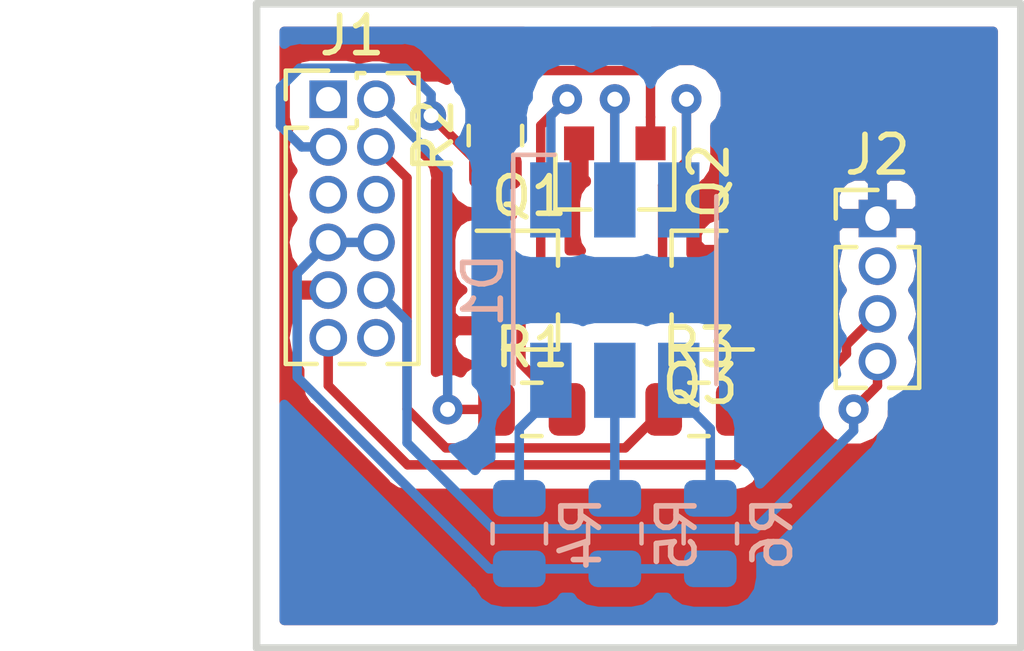
<source format=kicad_pcb>
(kicad_pcb (version 20171130) (host pcbnew 5.0.2-bee76a0~70~ubuntu18.04.1)

  (general
    (thickness 1.6)
    (drawings 4)
    (tracks 78)
    (zones 0)
    (modules 12)
    (nets 17)
  )

  (page A4)
  (layers
    (0 F.Cu signal)
    (31 B.Cu signal)
    (32 B.Adhes user)
    (33 F.Adhes user)
    (34 B.Paste user)
    (35 F.Paste user)
    (36 B.SilkS user)
    (37 F.SilkS user)
    (38 B.Mask user)
    (39 F.Mask user)
    (40 Dwgs.User user)
    (41 Cmts.User user)
    (42 Eco1.User user)
    (43 Eco2.User user)
    (44 Edge.Cuts user)
    (45 Margin user)
    (46 B.CrtYd user)
    (47 F.CrtYd user)
    (48 B.Fab user)
    (49 F.Fab user)
  )

  (setup
    (last_trace_width 0.25)
    (trace_clearance 0.2)
    (zone_clearance 0.508)
    (zone_45_only no)
    (trace_min 0.2)
    (segment_width 0.2)
    (edge_width 0.15)
    (via_size 0.8)
    (via_drill 0.4)
    (via_min_size 0.4)
    (via_min_drill 0.3)
    (uvia_size 0.3)
    (uvia_drill 0.1)
    (uvias_allowed no)
    (uvia_min_size 0.2)
    (uvia_min_drill 0.1)
    (pcb_text_width 0.3)
    (pcb_text_size 1.5 1.5)
    (mod_edge_width 0.15)
    (mod_text_size 1 1)
    (mod_text_width 0.15)
    (pad_size 1.524 1.524)
    (pad_drill 0.762)
    (pad_to_mask_clearance 0.051)
    (solder_mask_min_width 0.25)
    (aux_axis_origin 0 0)
    (visible_elements FFFFFF7F)
    (pcbplotparams
      (layerselection 0x010fc_ffffffff)
      (usegerberextensions false)
      (usegerberattributes false)
      (usegerberadvancedattributes false)
      (creategerberjobfile false)
      (excludeedgelayer true)
      (linewidth 0.100000)
      (plotframeref false)
      (viasonmask false)
      (mode 1)
      (useauxorigin false)
      (hpglpennumber 1)
      (hpglpenspeed 20)
      (hpglpendiameter 15.000000)
      (psnegative false)
      (psa4output false)
      (plotreference true)
      (plotvalue true)
      (plotinvisibletext false)
      (padsonsilk false)
      (subtractmaskfromsilk false)
      (outputformat 1)
      (mirror false)
      (drillshape 1)
      (scaleselection 1)
      (outputdirectory ""))
  )

  (net 0 "")
  (net 1 "Net-(D1-Pad1)")
  (net 2 "Net-(D1-Pad2)")
  (net 3 "Net-(D1-Pad3)")
  (net 4 "Net-(D1-Pad4)")
  (net 5 "Net-(D1-Pad5)")
  (net 6 "Net-(D1-Pad6)")
  (net 7 pi_02)
  (net 8 pi_03)
  (net 9 pi_04)
  (net 10 +5V)
  (net 11 GND)
  (net 12 TXD)
  (net 13 RXD)
  (net 14 "Net-(Q1-Pad1)")
  (net 15 "Net-(Q2-Pad1)")
  (net 16 "Net-(Q3-Pad1)")

  (net_class Default "This is the default net class."
    (clearance 0.2)
    (trace_width 0.25)
    (via_dia 0.8)
    (via_drill 0.4)
    (uvia_dia 0.3)
    (uvia_drill 0.1)
    (add_net +5V)
    (add_net GND)
    (add_net "Net-(D1-Pad1)")
    (add_net "Net-(D1-Pad2)")
    (add_net "Net-(D1-Pad3)")
    (add_net "Net-(D1-Pad4)")
    (add_net "Net-(D1-Pad5)")
    (add_net "Net-(D1-Pad6)")
    (add_net "Net-(Q1-Pad1)")
    (add_net "Net-(Q2-Pad1)")
    (add_net "Net-(Q3-Pad1)")
    (add_net RXD)
    (add_net TXD)
    (add_net pi_02)
    (add_net pi_03)
    (add_net pi_04)
  )

  (module LED_SMD:LED_RGB_5050-6 (layer B.Cu) (tedit 59155824) (tstamp 5C87E28B)
    (at 60.96 58.42 270)
    (descr http://cdn.sparkfun.com/datasheets/Components/LED/5060BRG4.pdf)
    (tags "RGB LED 5050-6")
    (path /5C7C0D28)
    (attr smd)
    (fp_text reference D1 (at 0 3.5 90) (layer B.SilkS)
      (effects (font (size 1 1) (thickness 0.15)) (justify mirror))
    )
    (fp_text value LED_RGB (at 0 -3.3 270) (layer B.Fab)
      (effects (font (size 1 1) (thickness 0.15)) (justify mirror))
    )
    (fp_line (start -2.5 1.9) (end -1.9 2.5) (layer B.Fab) (width 0.1))
    (fp_line (start 2.5 2.5) (end -2.5 2.5) (layer B.Fab) (width 0.1))
    (fp_line (start 2.5 -2.5) (end 2.5 2.5) (layer B.Fab) (width 0.1))
    (fp_line (start -2.5 -2.5) (end 2.5 -2.5) (layer B.Fab) (width 0.1))
    (fp_line (start -2.5 2.5) (end -2.5 -2.5) (layer B.Fab) (width 0.1))
    (fp_line (start -3.6 2.7) (end 2.5 2.7) (layer B.SilkS) (width 0.12))
    (fp_line (start -3.6 1.6) (end -3.6 2.7) (layer B.SilkS) (width 0.12))
    (fp_line (start 2.5 -2.7) (end -2.5 -2.7) (layer B.SilkS) (width 0.12))
    (fp_line (start 3.65 2.75) (end -3.65 2.75) (layer B.CrtYd) (width 0.05))
    (fp_line (start 3.65 -2.75) (end 3.65 2.75) (layer B.CrtYd) (width 0.05))
    (fp_line (start -3.65 -2.75) (end 3.65 -2.75) (layer B.CrtYd) (width 0.05))
    (fp_line (start -3.65 2.75) (end -3.65 -2.75) (layer B.CrtYd) (width 0.05))
    (fp_text user %R (at 0 0 270) (layer B.Fab)
      (effects (font (size 0.6 0.6) (thickness 0.06)) (justify mirror))
    )
    (fp_circle (center 0 0) (end 0 1.9) (layer B.Fab) (width 0.1))
    (pad 1 smd rect (at -2.4 1.7 180) (size 1.1 2) (layers B.Cu B.Paste B.Mask)
      (net 1 "Net-(D1-Pad1)"))
    (pad 2 smd rect (at -2.4 0 180) (size 1.1 2) (layers B.Cu B.Paste B.Mask)
      (net 2 "Net-(D1-Pad2)"))
    (pad 3 smd rect (at -2.4 -1.7 180) (size 1.1 2) (layers B.Cu B.Paste B.Mask)
      (net 3 "Net-(D1-Pad3)"))
    (pad 4 smd rect (at 2.4 -1.7 180) (size 1.1 2) (layers B.Cu B.Paste B.Mask)
      (net 4 "Net-(D1-Pad4)"))
    (pad 5 smd rect (at 2.4 0 180) (size 1.1 2) (layers B.Cu B.Paste B.Mask)
      (net 5 "Net-(D1-Pad5)"))
    (pad 6 smd rect (at 2.4 1.7 180) (size 1.1 2) (layers B.Cu B.Paste B.Mask)
      (net 6 "Net-(D1-Pad6)"))
    (model ${KISYS3DMOD}/LED_SMD.3dshapes/LED_RGB_5050-6.wrl
      (at (xyz 0 0 0))
      (scale (xyz 1 1 1))
      (rotate (xyz 0 0 0))
    )
  )

  (module Connector_PinHeader_1.27mm:PinHeader_2x06_P1.27mm_Vertical (layer F.Cu) (tedit 59FED6E3) (tstamp 5C87E2B2)
    (at 53.34 53.34)
    (descr "Through hole straight pin header, 2x06, 1.27mm pitch, double rows")
    (tags "Through hole pin header THT 2x06 1.27mm double row")
    (path /5C7C4D91)
    (fp_text reference J1 (at 0.635 -1.695) (layer F.SilkS)
      (effects (font (size 1 1) (thickness 0.15)))
    )
    (fp_text value Conn_02x06_Top_Bottom (at 0.635 8.045) (layer F.Fab)
      (effects (font (size 1 1) (thickness 0.15)))
    )
    (fp_line (start -0.2175 -0.635) (end 2.34 -0.635) (layer F.Fab) (width 0.1))
    (fp_line (start 2.34 -0.635) (end 2.34 6.985) (layer F.Fab) (width 0.1))
    (fp_line (start 2.34 6.985) (end -1.07 6.985) (layer F.Fab) (width 0.1))
    (fp_line (start -1.07 6.985) (end -1.07 0.2175) (layer F.Fab) (width 0.1))
    (fp_line (start -1.07 0.2175) (end -0.2175 -0.635) (layer F.Fab) (width 0.1))
    (fp_line (start -1.13 7.045) (end -0.30753 7.045) (layer F.SilkS) (width 0.12))
    (fp_line (start 1.57753 7.045) (end 2.4 7.045) (layer F.SilkS) (width 0.12))
    (fp_line (start 0.30753 7.045) (end 0.96247 7.045) (layer F.SilkS) (width 0.12))
    (fp_line (start -1.13 0.76) (end -1.13 7.045) (layer F.SilkS) (width 0.12))
    (fp_line (start 2.4 -0.695) (end 2.4 7.045) (layer F.SilkS) (width 0.12))
    (fp_line (start -1.13 0.76) (end -0.563471 0.76) (layer F.SilkS) (width 0.12))
    (fp_line (start 0.563471 0.76) (end 0.706529 0.76) (layer F.SilkS) (width 0.12))
    (fp_line (start 0.76 0.706529) (end 0.76 0.563471) (layer F.SilkS) (width 0.12))
    (fp_line (start 0.76 -0.563471) (end 0.76 -0.695) (layer F.SilkS) (width 0.12))
    (fp_line (start 0.76 -0.695) (end 0.96247 -0.695) (layer F.SilkS) (width 0.12))
    (fp_line (start 1.57753 -0.695) (end 2.4 -0.695) (layer F.SilkS) (width 0.12))
    (fp_line (start -1.13 0) (end -1.13 -0.76) (layer F.SilkS) (width 0.12))
    (fp_line (start -1.13 -0.76) (end 0 -0.76) (layer F.SilkS) (width 0.12))
    (fp_line (start -1.6 -1.15) (end -1.6 7.5) (layer F.CrtYd) (width 0.05))
    (fp_line (start -1.6 7.5) (end 2.85 7.5) (layer F.CrtYd) (width 0.05))
    (fp_line (start 2.85 7.5) (end 2.85 -1.15) (layer F.CrtYd) (width 0.05))
    (fp_line (start 2.85 -1.15) (end -1.6 -1.15) (layer F.CrtYd) (width 0.05))
    (fp_text user %R (at 0.635 3.175 90) (layer F.Fab)
      (effects (font (size 1 1) (thickness 0.15)))
    )
    (pad 1 thru_hole rect (at 0 0) (size 1 1) (drill 0.65) (layers *.Cu *.Mask))
    (pad 2 thru_hole oval (at 1.27 0) (size 1 1) (drill 0.65) (layers *.Cu *.Mask)
      (net 7 pi_02))
    (pad 3 thru_hole oval (at 0 1.27) (size 1 1) (drill 0.65) (layers *.Cu *.Mask)
      (net 8 pi_03))
    (pad 4 thru_hole oval (at 1.27 1.27) (size 1 1) (drill 0.65) (layers *.Cu *.Mask)
      (net 9 pi_04))
    (pad 5 thru_hole oval (at 0 2.54) (size 1 1) (drill 0.65) (layers *.Cu *.Mask))
    (pad 6 thru_hole oval (at 1.27 2.54) (size 1 1) (drill 0.65) (layers *.Cu *.Mask))
    (pad 7 thru_hole oval (at 0 3.81) (size 1 1) (drill 0.65) (layers *.Cu *.Mask)
      (net 10 +5V))
    (pad 8 thru_hole oval (at 1.27 3.81) (size 1 1) (drill 0.65) (layers *.Cu *.Mask)
      (net 10 +5V))
    (pad 9 thru_hole oval (at 0 5.08) (size 1 1) (drill 0.65) (layers *.Cu *.Mask)
      (net 11 GND))
    (pad 10 thru_hole oval (at 1.27 5.08) (size 1 1) (drill 0.65) (layers *.Cu *.Mask)
      (net 12 TXD))
    (pad 11 thru_hole oval (at 0 6.35) (size 1 1) (drill 0.65) (layers *.Cu *.Mask)
      (net 13 RXD))
    (pad 12 thru_hole oval (at 1.27 6.35) (size 1 1) (drill 0.65) (layers *.Cu *.Mask))
    (model ${KISYS3DMOD}/Connector_PinHeader_1.27mm.3dshapes/PinHeader_2x06_P1.27mm_Vertical.wrl
      (at (xyz 0 0 0))
      (scale (xyz 1 1 1))
      (rotate (xyz 0 0 0))
    )
  )

  (module Connector_PinHeader_1.27mm:PinHeader_1x04_P1.27mm_Vertical (layer F.Cu) (tedit 59FED6E3) (tstamp 5C87E2CC)
    (at 67.945 56.515)
    (descr "Through hole straight pin header, 1x04, 1.27mm pitch, single row")
    (tags "Through hole pin header THT 1x04 1.27mm single row")
    (path /5C7C47E6)
    (fp_text reference J2 (at 0 -1.695) (layer F.SilkS)
      (effects (font (size 1 1) (thickness 0.15)))
    )
    (fp_text value UART (at 0 5.505) (layer F.Fab)
      (effects (font (size 1 1) (thickness 0.15)))
    )
    (fp_line (start -0.525 -0.635) (end 1.05 -0.635) (layer F.Fab) (width 0.1))
    (fp_line (start 1.05 -0.635) (end 1.05 4.445) (layer F.Fab) (width 0.1))
    (fp_line (start 1.05 4.445) (end -1.05 4.445) (layer F.Fab) (width 0.1))
    (fp_line (start -1.05 4.445) (end -1.05 -0.11) (layer F.Fab) (width 0.1))
    (fp_line (start -1.05 -0.11) (end -0.525 -0.635) (layer F.Fab) (width 0.1))
    (fp_line (start -1.11 4.505) (end -0.30753 4.505) (layer F.SilkS) (width 0.12))
    (fp_line (start 0.30753 4.505) (end 1.11 4.505) (layer F.SilkS) (width 0.12))
    (fp_line (start -1.11 0.76) (end -1.11 4.505) (layer F.SilkS) (width 0.12))
    (fp_line (start 1.11 0.76) (end 1.11 4.505) (layer F.SilkS) (width 0.12))
    (fp_line (start -1.11 0.76) (end -0.563471 0.76) (layer F.SilkS) (width 0.12))
    (fp_line (start 0.563471 0.76) (end 1.11 0.76) (layer F.SilkS) (width 0.12))
    (fp_line (start -1.11 0) (end -1.11 -0.76) (layer F.SilkS) (width 0.12))
    (fp_line (start -1.11 -0.76) (end 0 -0.76) (layer F.SilkS) (width 0.12))
    (fp_line (start -1.55 -1.15) (end -1.55 4.95) (layer F.CrtYd) (width 0.05))
    (fp_line (start -1.55 4.95) (end 1.55 4.95) (layer F.CrtYd) (width 0.05))
    (fp_line (start 1.55 4.95) (end 1.55 -1.15) (layer F.CrtYd) (width 0.05))
    (fp_line (start 1.55 -1.15) (end -1.55 -1.15) (layer F.CrtYd) (width 0.05))
    (fp_text user %R (at 0 -1.27 90) (layer F.Fab)
      (effects (font (size 1 1) (thickness 0.15)))
    )
    (pad 1 thru_hole rect (at 0 0) (size 1 1) (drill 0.65) (layers *.Cu *.Mask)
      (net 11 GND))
    (pad 2 thru_hole oval (at 0 1.27) (size 1 1) (drill 0.65) (layers *.Cu *.Mask))
    (pad 3 thru_hole oval (at 0 2.54) (size 1 1) (drill 0.65) (layers *.Cu *.Mask)
      (net 13 RXD))
    (pad 4 thru_hole oval (at 0 3.81) (size 1 1) (drill 0.65) (layers *.Cu *.Mask)
      (net 12 TXD))
    (model ${KISYS3DMOD}/Connector_PinHeader_1.27mm.3dshapes/PinHeader_1x04_P1.27mm_Vertical.wrl
      (at (xyz 0 0 0))
      (scale (xyz 1 1 1))
      (rotate (xyz 0 0 0))
    )
  )

  (module Package_TO_SOT_SMD:SOT-23 (layer F.Cu) (tedit 5A02FF57) (tstamp 5C87E2E1)
    (at 58.69 58.42)
    (descr "SOT-23, Standard")
    (tags SOT-23)
    (path /5C7C0B71)
    (attr smd)
    (fp_text reference Q1 (at 0 -2.5) (layer F.SilkS)
      (effects (font (size 1 1) (thickness 0.15)))
    )
    (fp_text value BC817 (at 0 2.5) (layer F.Fab)
      (effects (font (size 1 1) (thickness 0.15)))
    )
    (fp_text user %R (at 0 0 -270) (layer F.Fab)
      (effects (font (size 0.5 0.5) (thickness 0.075)))
    )
    (fp_line (start -0.7 -0.95) (end -0.7 1.5) (layer F.Fab) (width 0.1))
    (fp_line (start -0.15 -1.52) (end 0.7 -1.52) (layer F.Fab) (width 0.1))
    (fp_line (start -0.7 -0.95) (end -0.15 -1.52) (layer F.Fab) (width 0.1))
    (fp_line (start 0.7 -1.52) (end 0.7 1.52) (layer F.Fab) (width 0.1))
    (fp_line (start -0.7 1.52) (end 0.7 1.52) (layer F.Fab) (width 0.1))
    (fp_line (start 0.76 1.58) (end 0.76 0.65) (layer F.SilkS) (width 0.12))
    (fp_line (start 0.76 -1.58) (end 0.76 -0.65) (layer F.SilkS) (width 0.12))
    (fp_line (start -1.7 -1.75) (end 1.7 -1.75) (layer F.CrtYd) (width 0.05))
    (fp_line (start 1.7 -1.75) (end 1.7 1.75) (layer F.CrtYd) (width 0.05))
    (fp_line (start 1.7 1.75) (end -1.7 1.75) (layer F.CrtYd) (width 0.05))
    (fp_line (start -1.7 1.75) (end -1.7 -1.75) (layer F.CrtYd) (width 0.05))
    (fp_line (start 0.76 -1.58) (end -1.4 -1.58) (layer F.SilkS) (width 0.12))
    (fp_line (start 0.76 1.58) (end -0.7 1.58) (layer F.SilkS) (width 0.12))
    (pad 1 smd rect (at -1 -0.95) (size 0.9 0.8) (layers F.Cu F.Paste F.Mask)
      (net 14 "Net-(Q1-Pad1)"))
    (pad 2 smd rect (at -1 0.95) (size 0.9 0.8) (layers F.Cu F.Paste F.Mask)
      (net 11 GND))
    (pad 3 smd rect (at 1 0) (size 0.9 0.8) (layers F.Cu F.Paste F.Mask)
      (net 1 "Net-(D1-Pad1)"))
    (model ${KISYS3DMOD}/Package_TO_SOT_SMD.3dshapes/SOT-23.wrl
      (at (xyz 0 0 0))
      (scale (xyz 1 1 1))
      (rotate (xyz 0 0 0))
    )
  )

  (module Package_TO_SOT_SMD:SOT-23 (layer F.Cu) (tedit 5A02FF57) (tstamp 5C87E2F6)
    (at 60.96 55.515 270)
    (descr "SOT-23, Standard")
    (tags SOT-23)
    (path /5C7C0BF9)
    (attr smd)
    (fp_text reference Q2 (at 0 -2.5 270) (layer F.SilkS)
      (effects (font (size 1 1) (thickness 0.15)))
    )
    (fp_text value BC817 (at 0 2.5 270) (layer F.Fab)
      (effects (font (size 1 1) (thickness 0.15)))
    )
    (fp_line (start 0.76 1.58) (end -0.7 1.58) (layer F.SilkS) (width 0.12))
    (fp_line (start 0.76 -1.58) (end -1.4 -1.58) (layer F.SilkS) (width 0.12))
    (fp_line (start -1.7 1.75) (end -1.7 -1.75) (layer F.CrtYd) (width 0.05))
    (fp_line (start 1.7 1.75) (end -1.7 1.75) (layer F.CrtYd) (width 0.05))
    (fp_line (start 1.7 -1.75) (end 1.7 1.75) (layer F.CrtYd) (width 0.05))
    (fp_line (start -1.7 -1.75) (end 1.7 -1.75) (layer F.CrtYd) (width 0.05))
    (fp_line (start 0.76 -1.58) (end 0.76 -0.65) (layer F.SilkS) (width 0.12))
    (fp_line (start 0.76 1.58) (end 0.76 0.65) (layer F.SilkS) (width 0.12))
    (fp_line (start -0.7 1.52) (end 0.7 1.52) (layer F.Fab) (width 0.1))
    (fp_line (start 0.7 -1.52) (end 0.7 1.52) (layer F.Fab) (width 0.1))
    (fp_line (start -0.7 -0.95) (end -0.15 -1.52) (layer F.Fab) (width 0.1))
    (fp_line (start -0.15 -1.52) (end 0.7 -1.52) (layer F.Fab) (width 0.1))
    (fp_line (start -0.7 -0.95) (end -0.7 1.5) (layer F.Fab) (width 0.1))
    (fp_text user %R (at 0 0) (layer F.Fab)
      (effects (font (size 0.5 0.5) (thickness 0.075)))
    )
    (pad 3 smd rect (at 1 0 270) (size 0.9 0.8) (layers F.Cu F.Paste F.Mask)
      (net 2 "Net-(D1-Pad2)"))
    (pad 2 smd rect (at -1 0.95 270) (size 0.9 0.8) (layers F.Cu F.Paste F.Mask)
      (net 11 GND))
    (pad 1 smd rect (at -1 -0.95 270) (size 0.9 0.8) (layers F.Cu F.Paste F.Mask)
      (net 15 "Net-(Q2-Pad1)"))
    (model ${KISYS3DMOD}/Package_TO_SOT_SMD.3dshapes/SOT-23.wrl
      (at (xyz 0 0 0))
      (scale (xyz 1 1 1))
      (rotate (xyz 0 0 0))
    )
  )

  (module Package_TO_SOT_SMD:SOT-23 (layer F.Cu) (tedit 5A02FF57) (tstamp 5C87E30B)
    (at 63.23 58.42 180)
    (descr "SOT-23, Standard")
    (tags SOT-23)
    (path /5C7C0C41)
    (attr smd)
    (fp_text reference Q3 (at 0 -2.5 180) (layer F.SilkS)
      (effects (font (size 1 1) (thickness 0.15)))
    )
    (fp_text value BC817 (at 0 2.5 180) (layer F.Fab)
      (effects (font (size 1 1) (thickness 0.15)))
    )
    (fp_text user %R (at 0 0 -90) (layer F.Fab)
      (effects (font (size 0.5 0.5) (thickness 0.075)))
    )
    (fp_line (start -0.7 -0.95) (end -0.7 1.5) (layer F.Fab) (width 0.1))
    (fp_line (start -0.15 -1.52) (end 0.7 -1.52) (layer F.Fab) (width 0.1))
    (fp_line (start -0.7 -0.95) (end -0.15 -1.52) (layer F.Fab) (width 0.1))
    (fp_line (start 0.7 -1.52) (end 0.7 1.52) (layer F.Fab) (width 0.1))
    (fp_line (start -0.7 1.52) (end 0.7 1.52) (layer F.Fab) (width 0.1))
    (fp_line (start 0.76 1.58) (end 0.76 0.65) (layer F.SilkS) (width 0.12))
    (fp_line (start 0.76 -1.58) (end 0.76 -0.65) (layer F.SilkS) (width 0.12))
    (fp_line (start -1.7 -1.75) (end 1.7 -1.75) (layer F.CrtYd) (width 0.05))
    (fp_line (start 1.7 -1.75) (end 1.7 1.75) (layer F.CrtYd) (width 0.05))
    (fp_line (start 1.7 1.75) (end -1.7 1.75) (layer F.CrtYd) (width 0.05))
    (fp_line (start -1.7 1.75) (end -1.7 -1.75) (layer F.CrtYd) (width 0.05))
    (fp_line (start 0.76 -1.58) (end -1.4 -1.58) (layer F.SilkS) (width 0.12))
    (fp_line (start 0.76 1.58) (end -0.7 1.58) (layer F.SilkS) (width 0.12))
    (pad 1 smd rect (at -1 -0.95 180) (size 0.9 0.8) (layers F.Cu F.Paste F.Mask)
      (net 16 "Net-(Q3-Pad1)"))
    (pad 2 smd rect (at -1 0.95 180) (size 0.9 0.8) (layers F.Cu F.Paste F.Mask)
      (net 11 GND))
    (pad 3 smd rect (at 1 0 180) (size 0.9 0.8) (layers F.Cu F.Paste F.Mask)
      (net 3 "Net-(D1-Pad3)"))
    (model ${KISYS3DMOD}/Package_TO_SOT_SMD.3dshapes/SOT-23.wrl
      (at (xyz 0 0 0))
      (scale (xyz 1 1 1))
      (rotate (xyz 0 0 0))
    )
  )

  (module Resistor_SMD:R_0805_2012Metric (layer F.Cu) (tedit 5B36C52B) (tstamp 5C8807FC)
    (at 58.7525 61.595)
    (descr "Resistor SMD 0805 (2012 Metric), square (rectangular) end terminal, IPC_7351 nominal, (Body size source: https://docs.google.com/spreadsheets/d/1BsfQQcO9C6DZCsRaXUlFlo91Tg2WpOkGARC1WS5S8t0/edit?usp=sharing), generated with kicad-footprint-generator")
    (tags resistor)
    (path /5C7C1E8F)
    (attr smd)
    (fp_text reference R1 (at 0 -1.65) (layer F.SilkS)
      (effects (font (size 1 1) (thickness 0.15)))
    )
    (fp_text value 1k (at 0 1.65) (layer F.Fab)
      (effects (font (size 1 1) (thickness 0.15)))
    )
    (fp_line (start -1 0.6) (end -1 -0.6) (layer F.Fab) (width 0.1))
    (fp_line (start -1 -0.6) (end 1 -0.6) (layer F.Fab) (width 0.1))
    (fp_line (start 1 -0.6) (end 1 0.6) (layer F.Fab) (width 0.1))
    (fp_line (start 1 0.6) (end -1 0.6) (layer F.Fab) (width 0.1))
    (fp_line (start -0.258578 -0.71) (end 0.258578 -0.71) (layer F.SilkS) (width 0.12))
    (fp_line (start -0.258578 0.71) (end 0.258578 0.71) (layer F.SilkS) (width 0.12))
    (fp_line (start -1.68 0.95) (end -1.68 -0.95) (layer F.CrtYd) (width 0.05))
    (fp_line (start -1.68 -0.95) (end 1.68 -0.95) (layer F.CrtYd) (width 0.05))
    (fp_line (start 1.68 -0.95) (end 1.68 0.95) (layer F.CrtYd) (width 0.05))
    (fp_line (start 1.68 0.95) (end -1.68 0.95) (layer F.CrtYd) (width 0.05))
    (fp_text user %R (at 0 0) (layer F.Fab)
      (effects (font (size 0.5 0.5) (thickness 0.08)))
    )
    (pad 1 smd roundrect (at -0.9375 0) (size 0.975 1.4) (layers F.Cu F.Paste F.Mask) (roundrect_rratio 0.25)
      (net 7 pi_02))
    (pad 2 smd roundrect (at 0.9375 0) (size 0.975 1.4) (layers F.Cu F.Paste F.Mask) (roundrect_rratio 0.25)
      (net 14 "Net-(Q1-Pad1)"))
    (model ${KISYS3DMOD}/Resistor_SMD.3dshapes/R_0805_2012Metric.wrl
      (at (xyz 0 0 0))
      (scale (xyz 1 1 1))
      (rotate (xyz 0 0 0))
    )
  )

  (module Resistor_SMD:R_0805_2012Metric (layer F.Cu) (tedit 5B36C52B) (tstamp 5C880008)
    (at 57.785 54.3075 90)
    (descr "Resistor SMD 0805 (2012 Metric), square (rectangular) end terminal, IPC_7351 nominal, (Body size source: https://docs.google.com/spreadsheets/d/1BsfQQcO9C6DZCsRaXUlFlo91Tg2WpOkGARC1WS5S8t0/edit?usp=sharing), generated with kicad-footprint-generator")
    (tags resistor)
    (path /5C7C1EF7)
    (attr smd)
    (fp_text reference R2 (at 0 -1.65 90) (layer F.SilkS)
      (effects (font (size 1 1) (thickness 0.15)))
    )
    (fp_text value 1k (at 0 1.65 90) (layer F.Fab)
      (effects (font (size 1 1) (thickness 0.15)))
    )
    (fp_line (start -1 0.6) (end -1 -0.6) (layer F.Fab) (width 0.1))
    (fp_line (start -1 -0.6) (end 1 -0.6) (layer F.Fab) (width 0.1))
    (fp_line (start 1 -0.6) (end 1 0.6) (layer F.Fab) (width 0.1))
    (fp_line (start 1 0.6) (end -1 0.6) (layer F.Fab) (width 0.1))
    (fp_line (start -0.258578 -0.71) (end 0.258578 -0.71) (layer F.SilkS) (width 0.12))
    (fp_line (start -0.258578 0.71) (end 0.258578 0.71) (layer F.SilkS) (width 0.12))
    (fp_line (start -1.68 0.95) (end -1.68 -0.95) (layer F.CrtYd) (width 0.05))
    (fp_line (start -1.68 -0.95) (end 1.68 -0.95) (layer F.CrtYd) (width 0.05))
    (fp_line (start 1.68 -0.95) (end 1.68 0.95) (layer F.CrtYd) (width 0.05))
    (fp_line (start 1.68 0.95) (end -1.68 0.95) (layer F.CrtYd) (width 0.05))
    (fp_text user %R (at 0 0 90) (layer F.Fab)
      (effects (font (size 0.5 0.5) (thickness 0.08)))
    )
    (pad 1 smd roundrect (at -0.9375 0 90) (size 0.975 1.4) (layers F.Cu F.Paste F.Mask) (roundrect_rratio 0.25)
      (net 8 pi_03))
    (pad 2 smd roundrect (at 0.9375 0 90) (size 0.975 1.4) (layers F.Cu F.Paste F.Mask) (roundrect_rratio 0.25)
      (net 15 "Net-(Q2-Pad1)"))
    (model ${KISYS3DMOD}/Resistor_SMD.3dshapes/R_0805_2012Metric.wrl
      (at (xyz 0 0 0))
      (scale (xyz 1 1 1))
      (rotate (xyz 0 0 0))
    )
  )

  (module Resistor_SMD:R_0805_2012Metric (layer F.Cu) (tedit 5B36C52B) (tstamp 5C88037E)
    (at 63.1975 61.595)
    (descr "Resistor SMD 0805 (2012 Metric), square (rectangular) end terminal, IPC_7351 nominal, (Body size source: https://docs.google.com/spreadsheets/d/1BsfQQcO9C6DZCsRaXUlFlo91Tg2WpOkGARC1WS5S8t0/edit?usp=sharing), generated with kicad-footprint-generator")
    (tags resistor)
    (path /5C7C1F5F)
    (attr smd)
    (fp_text reference R3 (at 0 -1.65) (layer F.SilkS)
      (effects (font (size 1 1) (thickness 0.15)))
    )
    (fp_text value 1k (at 0 1.65) (layer F.Fab)
      (effects (font (size 1 1) (thickness 0.15)))
    )
    (fp_line (start -1 0.6) (end -1 -0.6) (layer F.Fab) (width 0.1))
    (fp_line (start -1 -0.6) (end 1 -0.6) (layer F.Fab) (width 0.1))
    (fp_line (start 1 -0.6) (end 1 0.6) (layer F.Fab) (width 0.1))
    (fp_line (start 1 0.6) (end -1 0.6) (layer F.Fab) (width 0.1))
    (fp_line (start -0.258578 -0.71) (end 0.258578 -0.71) (layer F.SilkS) (width 0.12))
    (fp_line (start -0.258578 0.71) (end 0.258578 0.71) (layer F.SilkS) (width 0.12))
    (fp_line (start -1.68 0.95) (end -1.68 -0.95) (layer F.CrtYd) (width 0.05))
    (fp_line (start -1.68 -0.95) (end 1.68 -0.95) (layer F.CrtYd) (width 0.05))
    (fp_line (start 1.68 -0.95) (end 1.68 0.95) (layer F.CrtYd) (width 0.05))
    (fp_line (start 1.68 0.95) (end -1.68 0.95) (layer F.CrtYd) (width 0.05))
    (fp_text user %R (at 0 0) (layer F.Fab)
      (effects (font (size 0.5 0.5) (thickness 0.08)))
    )
    (pad 1 smd roundrect (at -0.9375 0) (size 0.975 1.4) (layers F.Cu F.Paste F.Mask) (roundrect_rratio 0.25)
      (net 9 pi_04))
    (pad 2 smd roundrect (at 0.9375 0) (size 0.975 1.4) (layers F.Cu F.Paste F.Mask) (roundrect_rratio 0.25)
      (net 16 "Net-(Q3-Pad1)"))
    (model ${KISYS3DMOD}/Resistor_SMD.3dshapes/R_0805_2012Metric.wrl
      (at (xyz 0 0 0))
      (scale (xyz 1 1 1))
      (rotate (xyz 0 0 0))
    )
  )

  (module Resistor_SMD:R_0805_2012Metric (layer B.Cu) (tedit 5B36C52B) (tstamp 5C880028)
    (at 58.42 64.9 90)
    (descr "Resistor SMD 0805 (2012 Metric), square (rectangular) end terminal, IPC_7351 nominal, (Body size source: https://docs.google.com/spreadsheets/d/1BsfQQcO9C6DZCsRaXUlFlo91Tg2WpOkGARC1WS5S8t0/edit?usp=sharing), generated with kicad-footprint-generator")
    (tags resistor)
    (path /5C7C138B)
    (attr smd)
    (fp_text reference R4 (at 0 1.65 90) (layer B.SilkS)
      (effects (font (size 1 1) (thickness 0.15)) (justify mirror))
    )
    (fp_text value 220 (at 0 -1.65 90) (layer B.Fab)
      (effects (font (size 1 1) (thickness 0.15)) (justify mirror))
    )
    (fp_line (start -1 -0.6) (end -1 0.6) (layer B.Fab) (width 0.1))
    (fp_line (start -1 0.6) (end 1 0.6) (layer B.Fab) (width 0.1))
    (fp_line (start 1 0.6) (end 1 -0.6) (layer B.Fab) (width 0.1))
    (fp_line (start 1 -0.6) (end -1 -0.6) (layer B.Fab) (width 0.1))
    (fp_line (start -0.258578 0.71) (end 0.258578 0.71) (layer B.SilkS) (width 0.12))
    (fp_line (start -0.258578 -0.71) (end 0.258578 -0.71) (layer B.SilkS) (width 0.12))
    (fp_line (start -1.68 -0.95) (end -1.68 0.95) (layer B.CrtYd) (width 0.05))
    (fp_line (start -1.68 0.95) (end 1.68 0.95) (layer B.CrtYd) (width 0.05))
    (fp_line (start 1.68 0.95) (end 1.68 -0.95) (layer B.CrtYd) (width 0.05))
    (fp_line (start 1.68 -0.95) (end -1.68 -0.95) (layer B.CrtYd) (width 0.05))
    (fp_text user %R (at 0 0 90) (layer B.Fab)
      (effects (font (size 0.5 0.5) (thickness 0.08)) (justify mirror))
    )
    (pad 1 smd roundrect (at -0.9375 0 90) (size 0.975 1.4) (layers B.Cu B.Paste B.Mask) (roundrect_rratio 0.25)
      (net 10 +5V))
    (pad 2 smd roundrect (at 0.9375 0 90) (size 0.975 1.4) (layers B.Cu B.Paste B.Mask) (roundrect_rratio 0.25)
      (net 6 "Net-(D1-Pad6)"))
    (model ${KISYS3DMOD}/Resistor_SMD.3dshapes/R_0805_2012Metric.wrl
      (at (xyz 0 0 0))
      (scale (xyz 1 1 1))
      (rotate (xyz 0 0 0))
    )
  )

  (module Resistor_SMD:R_0805_2012Metric (layer B.Cu) (tedit 5B36C52B) (tstamp 5C880038)
    (at 60.96 64.9 90)
    (descr "Resistor SMD 0805 (2012 Metric), square (rectangular) end terminal, IPC_7351 nominal, (Body size source: https://docs.google.com/spreadsheets/d/1BsfQQcO9C6DZCsRaXUlFlo91Tg2WpOkGARC1WS5S8t0/edit?usp=sharing), generated with kicad-footprint-generator")
    (tags resistor)
    (path /5C7C13AB)
    (attr smd)
    (fp_text reference R5 (at 0 1.65 90) (layer B.SilkS)
      (effects (font (size 1 1) (thickness 0.15)) (justify mirror))
    )
    (fp_text value 220 (at 0 -1.65 90) (layer B.Fab)
      (effects (font (size 1 1) (thickness 0.15)) (justify mirror))
    )
    (fp_text user %R (at 0 0 90) (layer B.Fab)
      (effects (font (size 0.5 0.5) (thickness 0.08)) (justify mirror))
    )
    (fp_line (start 1.68 -0.95) (end -1.68 -0.95) (layer B.CrtYd) (width 0.05))
    (fp_line (start 1.68 0.95) (end 1.68 -0.95) (layer B.CrtYd) (width 0.05))
    (fp_line (start -1.68 0.95) (end 1.68 0.95) (layer B.CrtYd) (width 0.05))
    (fp_line (start -1.68 -0.95) (end -1.68 0.95) (layer B.CrtYd) (width 0.05))
    (fp_line (start -0.258578 -0.71) (end 0.258578 -0.71) (layer B.SilkS) (width 0.12))
    (fp_line (start -0.258578 0.71) (end 0.258578 0.71) (layer B.SilkS) (width 0.12))
    (fp_line (start 1 -0.6) (end -1 -0.6) (layer B.Fab) (width 0.1))
    (fp_line (start 1 0.6) (end 1 -0.6) (layer B.Fab) (width 0.1))
    (fp_line (start -1 0.6) (end 1 0.6) (layer B.Fab) (width 0.1))
    (fp_line (start -1 -0.6) (end -1 0.6) (layer B.Fab) (width 0.1))
    (pad 2 smd roundrect (at 0.9375 0 90) (size 0.975 1.4) (layers B.Cu B.Paste B.Mask) (roundrect_rratio 0.25)
      (net 5 "Net-(D1-Pad5)"))
    (pad 1 smd roundrect (at -0.9375 0 90) (size 0.975 1.4) (layers B.Cu B.Paste B.Mask) (roundrect_rratio 0.25)
      (net 10 +5V))
    (model ${KISYS3DMOD}/Resistor_SMD.3dshapes/R_0805_2012Metric.wrl
      (at (xyz 0 0 0))
      (scale (xyz 1 1 1))
      (rotate (xyz 0 0 0))
    )
  )

  (module Resistor_SMD:R_0805_2012Metric (layer B.Cu) (tedit 5B36C52B) (tstamp 5C880048)
    (at 63.5 64.9 90)
    (descr "Resistor SMD 0805 (2012 Metric), square (rectangular) end terminal, IPC_7351 nominal, (Body size source: https://docs.google.com/spreadsheets/d/1BsfQQcO9C6DZCsRaXUlFlo91Tg2WpOkGARC1WS5S8t0/edit?usp=sharing), generated with kicad-footprint-generator")
    (tags resistor)
    (path /5C7C2056)
    (attr smd)
    (fp_text reference R6 (at 0 1.65 90) (layer B.SilkS)
      (effects (font (size 1 1) (thickness 0.15)) (justify mirror))
    )
    (fp_text value 220 (at 0 -1.65 90) (layer B.Fab)
      (effects (font (size 1 1) (thickness 0.15)) (justify mirror))
    )
    (fp_text user %R (at 0 0 90) (layer B.Fab)
      (effects (font (size 0.5 0.5) (thickness 0.08)) (justify mirror))
    )
    (fp_line (start 1.68 -0.95) (end -1.68 -0.95) (layer B.CrtYd) (width 0.05))
    (fp_line (start 1.68 0.95) (end 1.68 -0.95) (layer B.CrtYd) (width 0.05))
    (fp_line (start -1.68 0.95) (end 1.68 0.95) (layer B.CrtYd) (width 0.05))
    (fp_line (start -1.68 -0.95) (end -1.68 0.95) (layer B.CrtYd) (width 0.05))
    (fp_line (start -0.258578 -0.71) (end 0.258578 -0.71) (layer B.SilkS) (width 0.12))
    (fp_line (start -0.258578 0.71) (end 0.258578 0.71) (layer B.SilkS) (width 0.12))
    (fp_line (start 1 -0.6) (end -1 -0.6) (layer B.Fab) (width 0.1))
    (fp_line (start 1 0.6) (end 1 -0.6) (layer B.Fab) (width 0.1))
    (fp_line (start -1 0.6) (end 1 0.6) (layer B.Fab) (width 0.1))
    (fp_line (start -1 -0.6) (end -1 0.6) (layer B.Fab) (width 0.1))
    (pad 2 smd roundrect (at 0.9375 0 90) (size 0.975 1.4) (layers B.Cu B.Paste B.Mask) (roundrect_rratio 0.25)
      (net 4 "Net-(D1-Pad4)"))
    (pad 1 smd roundrect (at -0.9375 0 90) (size 0.975 1.4) (layers B.Cu B.Paste B.Mask) (roundrect_rratio 0.25)
      (net 10 +5V))
    (model ${KISYS3DMOD}/Resistor_SMD.3dshapes/R_0805_2012Metric.wrl
      (at (xyz 0 0 0))
      (scale (xyz 1 1 1))
      (rotate (xyz 0 0 0))
    )
  )

  (gr_line (start 51.435 67.945) (end 51.435 50.8) (layer Edge.Cuts) (width 0.2))
  (gr_line (start 71.755 67.945) (end 51.435 67.945) (layer Edge.Cuts) (width 0.2))
  (gr_line (start 71.755 50.8) (end 71.755 67.945) (layer Edge.Cuts) (width 0.2))
  (gr_line (start 51.435 50.8) (end 71.755 50.8) (layer Edge.Cuts) (width 0.2))

  (segment (start 58.99 54.04) (end 59.69 53.34) (width 0.25) (layer F.Cu) (net 1))
  (segment (start 59.69 58.42) (end 59.64 58.42) (width 0.25) (layer F.Cu) (net 1))
  (via (at 59.69 53.34) (size 0.8) (drill 0.4) (layers F.Cu B.Cu) (net 1))
  (segment (start 58.99 57.77) (end 58.99 54.04) (width 0.25) (layer F.Cu) (net 1))
  (segment (start 59.64 58.42) (end 58.99 57.77) (width 0.25) (layer F.Cu) (net 1))
  (segment (start 59.26 53.77) (end 59.26 56.02) (width 0.25) (layer B.Cu) (net 1))
  (segment (start 59.69 53.34) (end 59.26 53.77) (width 0.25) (layer B.Cu) (net 1))
  (via (at 60.96 53.34) (size 0.8) (drill 0.4) (layers F.Cu B.Cu) (net 2))
  (segment (start 60.96 56.515) (end 60.96 53.34) (width 0.25) (layer F.Cu) (net 2))
  (segment (start 60.96 56.02) (end 60.96 53.34) (width 0.25) (layer B.Cu) (net 2))
  (via (at 62.865 53.34) (size 0.8) (drill 0.4) (layers F.Cu B.Cu) (net 3))
  (segment (start 62.23 58.42) (end 62.23 55.630002) (width 0.25) (layer F.Cu) (net 3))
  (segment (start 62.865 54.995002) (end 62.865 53.34) (width 0.25) (layer F.Cu) (net 3))
  (segment (start 62.23 55.630002) (end 62.865 54.995002) (width 0.25) (layer F.Cu) (net 3))
  (segment (start 62.865 55.815) (end 62.66 56.02) (width 0.25) (layer B.Cu) (net 3))
  (segment (start 62.865 53.34) (end 62.865 55.815) (width 0.25) (layer B.Cu) (net 3))
  (segment (start 62.66 61.27) (end 63.5 62.11) (width 0.25) (layer B.Cu) (net 4))
  (segment (start 62.66 60.82) (end 62.66 61.27) (width 0.25) (layer B.Cu) (net 4))
  (segment (start 63.5 62.11) (end 63.5 63.5) (width 0.25) (layer B.Cu) (net 4))
  (segment (start 60.96 63.5) (end 60.96 60.82) (width 0.25) (layer B.Cu) (net 5))
  (segment (start 59.26 61.27) (end 59.26 60.82) (width 0.25) (layer B.Cu) (net 6))
  (segment (start 58.42 62.11) (end 59.26 61.27) (width 0.25) (layer B.Cu) (net 6))
  (segment (start 58.42 63.5) (end 58.42 62.11) (width 0.25) (layer B.Cu) (net 6))
  (via (at 56.515 61.595) (size 0.8) (drill 0.4) (layers F.Cu B.Cu) (net 7))
  (segment (start 57.815 61.595) (end 56.515 61.595) (width 0.25) (layer F.Cu) (net 7))
  (segment (start 56.515 55.245) (end 54.61 53.34) (width 0.25) (layer B.Cu) (net 7))
  (segment (start 56.515 61.595) (end 56.515 55.245) (width 0.25) (layer B.Cu) (net 7))
  (via (at 56.075153 53.779847) (size 0.8) (drill 0.4) (layers F.Cu B.Cu) (net 8))
  (segment (start 57.785 55.245) (end 57.540306 55.245) (width 0.25) (layer F.Cu) (net 8))
  (segment (start 57.540306 55.245) (end 56.075153 53.779847) (width 0.25) (layer F.Cu) (net 8))
  (segment (start 52.579999 52.514999) (end 52.07 53.024998) (width 0.25) (layer B.Cu) (net 8))
  (segment (start 55.37599 52.514999) (end 52.579999 52.514999) (width 0.25) (layer B.Cu) (net 8))
  (segment (start 56.075153 53.779847) (end 56.075153 53.214162) (width 0.25) (layer B.Cu) (net 8))
  (segment (start 56.075153 53.214162) (end 55.37599 52.514999) (width 0.25) (layer B.Cu) (net 8))
  (segment (start 52.632894 54.61) (end 53.34 54.61) (width 0.25) (layer B.Cu) (net 8))
  (segment (start 52.07 54.047106) (end 52.632894 54.61) (width 0.25) (layer B.Cu) (net 8))
  (segment (start 52.07 53.024998) (end 52.07 54.047106) (width 0.25) (layer B.Cu) (net 8))
  (segment (start 61.23499 62.62001) (end 62.26 61.595) (width 0.25) (layer F.Cu) (net 9))
  (segment (start 56.467008 62.62001) (end 61.23499 62.62001) (width 0.25) (layer F.Cu) (net 9))
  (segment (start 55.435001 61.588003) (end 56.467008 62.62001) (width 0.25) (layer F.Cu) (net 9))
  (segment (start 54.61 54.61) (end 55.435001 55.435001) (width 0.25) (layer F.Cu) (net 9))
  (segment (start 55.435001 55.435001) (end 55.435001 61.588003) (width 0.25) (layer F.Cu) (net 9))
  (segment (start 63.5 65.8375) (end 60.96 65.8375) (width 0.25) (layer B.Cu) (net 10))
  (segment (start 60.96 65.8375) (end 58.42 65.8375) (width 0.25) (layer B.Cu) (net 10))
  (segment (start 52.514999 57.975001) (end 52.840001 57.649999) (width 0.25) (layer B.Cu) (net 10))
  (segment (start 52.840001 57.649999) (end 53.34 57.15) (width 0.25) (layer B.Cu) (net 10))
  (segment (start 52.514999 60.732499) (end 52.514999 57.975001) (width 0.25) (layer B.Cu) (net 10))
  (segment (start 57.62 65.8375) (end 52.514999 60.732499) (width 0.25) (layer B.Cu) (net 10))
  (segment (start 58.42 65.8375) (end 57.62 65.8375) (width 0.25) (layer B.Cu) (net 10))
  (segment (start 53.34 57.15) (end 54.61 57.15) (width 0.25) (layer B.Cu) (net 10))
  (via (at 67.31 61.595) (size 0.8) (drill 0.4) (layers F.Cu B.Cu) (net 12))
  (segment (start 67.945 60.325) (end 67.945 60.96) (width 0.25) (layer F.Cu) (net 12))
  (segment (start 67.945 60.96) (end 67.31 61.595) (width 0.25) (layer F.Cu) (net 12))
  (segment (start 55.109999 58.919999) (end 54.61 58.42) (width 0.25) (layer B.Cu) (net 12))
  (segment (start 55.435001 59.245001) (end 55.109999 58.919999) (width 0.25) (layer B.Cu) (net 12))
  (segment (start 55.435001 62.481851) (end 55.435001 59.245001) (width 0.25) (layer B.Cu) (net 12))
  (segment (start 57.72816 64.77501) (end 55.435001 62.481851) (width 0.25) (layer B.Cu) (net 12))
  (segment (start 64.695675 64.77501) (end 57.72816 64.77501) (width 0.25) (layer B.Cu) (net 12))
  (segment (start 67.31 62.160685) (end 64.695675 64.77501) (width 0.25) (layer B.Cu) (net 12))
  (segment (start 67.31 61.595) (end 67.31 62.160685) (width 0.25) (layer B.Cu) (net 12))
  (segment (start 53.34 60.96) (end 53.34 59.69) (width 0.25) (layer F.Cu) (net 13))
  (segment (start 55.45002 63.07002) (end 53.34 60.96) (width 0.25) (layer F.Cu) (net 13))
  (segment (start 67.119999 60.114351) (end 64.16433 63.07002) (width 0.25) (layer F.Cu) (net 13))
  (segment (start 64.16433 63.07002) (end 55.45002 63.07002) (width 0.25) (layer F.Cu) (net 13))
  (segment (start 67.945 59.055) (end 67.119999 59.880001) (width 0.25) (layer F.Cu) (net 13))
  (segment (start 67.119999 59.880001) (end 67.119999 60.114351) (width 0.25) (layer F.Cu) (net 13))
  (segment (start 59.133763 61.038763) (end 59.69 61.595) (width 0.25) (layer F.Cu) (net 14))
  (segment (start 58.465001 60.370001) (end 59.133763 61.038763) (width 0.25) (layer F.Cu) (net 14))
  (segment (start 58.465001 58.195001) (end 58.465001 60.370001) (width 0.25) (layer F.Cu) (net 14))
  (segment (start 57.74 57.47) (end 58.465001 58.195001) (width 0.25) (layer F.Cu) (net 14))
  (segment (start 57.69 57.47) (end 57.74 57.47) (width 0.25) (layer F.Cu) (net 14))
  (segment (start 61.91 52.581998) (end 61.91 53.815) (width 0.25) (layer F.Cu) (net 15))
  (segment (start 61.91 53.815) (end 61.91 54.515) (width 0.25) (layer F.Cu) (net 15))
  (segment (start 61.906002 52.578) (end 61.91 52.581998) (width 0.25) (layer F.Cu) (net 15))
  (segment (start 57.785 53.37) (end 58.577 52.578) (width 0.25) (layer F.Cu) (net 15))
  (segment (start 58.577 52.578) (end 61.906002 52.578) (width 0.25) (layer F.Cu) (net 15))
  (segment (start 64.135 59.465) (end 64.23 59.37) (width 0.25) (layer F.Cu) (net 16))
  (segment (start 64.135 61.595) (end 64.135 59.465) (width 0.25) (layer F.Cu) (net 16))

  (zone (net 11) (net_name GND) (layer F.Cu) (tstamp 0) (hatch edge 0.508)
    (connect_pads (clearance 0.508))
    (min_thickness 0.254)
    (fill yes (arc_segments 16) (thermal_gap 0.508) (thermal_bridge_width 0.508))
    (polygon
      (pts
        (xy 51.689 51.054) (xy 51.689 67.691) (xy 71.501 67.691) (xy 71.501 51.054)
      )
    )
    (filled_polygon
      (pts
        (xy 58.494671 51.585527) (xy 57.845139 52.23506) (xy 57.32875 52.23506) (xy 56.987706 52.302898) (xy 56.698584 52.496084)
        (xy 56.505398 52.785206) (xy 56.495736 52.833782) (xy 56.281027 52.744847) (xy 55.869279 52.744847) (xy 55.640659 52.839544)
        (xy 55.428289 52.521711) (xy 55.052855 52.270854) (xy 54.721783 52.205) (xy 54.498217 52.205) (xy 54.167145 52.270854)
        (xy 54.149164 52.282869) (xy 54.087765 52.241843) (xy 53.84 52.19256) (xy 52.84 52.19256) (xy 52.592235 52.241843)
        (xy 52.382191 52.382191) (xy 52.241843 52.592235) (xy 52.19256 52.84) (xy 52.19256 53.84) (xy 52.241843 54.087765)
        (xy 52.282869 54.149164) (xy 52.270854 54.167145) (xy 52.182765 54.61) (xy 52.270854 55.052855) (xy 52.399241 55.245)
        (xy 52.270854 55.437145) (xy 52.182765 55.88) (xy 52.270854 56.322855) (xy 52.399241 56.515) (xy 52.270854 56.707145)
        (xy 52.182765 57.15) (xy 52.270854 57.592855) (xy 52.407199 57.79691) (xy 52.352873 57.859791) (xy 52.245881 58.118126)
        (xy 52.372046 58.293) (xy 53.213 58.293) (xy 53.213 58.281973) (xy 53.228217 58.285) (xy 53.451783 58.285)
        (xy 53.467 58.281973) (xy 53.467 58.293) (xy 53.478027 58.293) (xy 53.452765 58.42) (xy 53.478027 58.547)
        (xy 53.467 58.547) (xy 53.467 58.558027) (xy 53.451783 58.555) (xy 53.228217 58.555) (xy 53.213 58.558027)
        (xy 53.213 58.547) (xy 52.372046 58.547) (xy 52.245881 58.721874) (xy 52.352873 58.980209) (xy 52.407199 59.04309)
        (xy 52.270854 59.247145) (xy 52.182765 59.69) (xy 52.270854 60.132855) (xy 52.521711 60.508289) (xy 52.58 60.547237)
        (xy 52.58 60.885153) (xy 52.565112 60.96) (xy 52.58 61.034847) (xy 52.58 61.034851) (xy 52.624096 61.256536)
        (xy 52.792071 61.507929) (xy 52.85553 61.550331) (xy 54.859691 63.554493) (xy 54.902091 63.617949) (xy 55.153483 63.785924)
        (xy 55.375168 63.83002) (xy 55.375173 63.83002) (xy 55.45002 63.844908) (xy 55.524867 63.83002) (xy 64.089483 63.83002)
        (xy 64.16433 63.844908) (xy 64.239177 63.83002) (xy 64.239182 63.83002) (xy 64.460867 63.785924) (xy 64.712259 63.617949)
        (xy 64.754661 63.55449) (xy 66.343325 61.965826) (xy 66.432569 62.18128) (xy 66.72372 62.472431) (xy 67.104126 62.63)
        (xy 67.515874 62.63) (xy 67.89628 62.472431) (xy 68.187431 62.18128) (xy 68.345 61.800874) (xy 68.345 61.634802)
        (xy 68.429473 61.550329) (xy 68.492929 61.507929) (xy 68.660904 61.256537) (xy 68.67119 61.204828) (xy 68.763289 61.143289)
        (xy 69.014146 60.767855) (xy 69.102235 60.325) (xy 69.014146 59.882145) (xy 68.885759 59.69) (xy 69.014146 59.497855)
        (xy 69.102235 59.055) (xy 69.014146 58.612145) (xy 68.885759 58.42) (xy 69.014146 58.227855) (xy 69.102235 57.785)
        (xy 69.014146 57.342145) (xy 69.003445 57.32613) (xy 69.08 57.14131) (xy 69.08 56.80075) (xy 68.92125 56.642)
        (xy 68.072 56.642) (xy 68.072 56.653027) (xy 68.056783 56.65) (xy 67.833217 56.65) (xy 67.818 56.653027)
        (xy 67.818 56.642) (xy 66.96875 56.642) (xy 66.81 56.80075) (xy 66.81 57.14131) (xy 66.886555 57.32613)
        (xy 66.875854 57.342145) (xy 66.787765 57.785) (xy 66.875854 58.227855) (xy 67.004241 58.42) (xy 66.875854 58.612145)
        (xy 66.787765 59.055) (xy 66.801442 59.123757) (xy 66.635529 59.28967) (xy 66.57207 59.332072) (xy 66.404095 59.583465)
        (xy 66.36139 59.798158) (xy 65.228605 60.930944) (xy 65.202102 60.797706) (xy 65.008916 60.508584) (xy 64.895 60.432467)
        (xy 64.895 60.374674) (xy 64.927765 60.368157) (xy 65.137809 60.227809) (xy 65.278157 60.017765) (xy 65.32744 59.77)
        (xy 65.32744 58.97) (xy 65.278157 58.722235) (xy 65.137809 58.512191) (xy 65.004306 58.422987) (xy 65.039698 58.408327)
        (xy 65.218327 58.229699) (xy 65.315 57.99631) (xy 65.315 57.75575) (xy 65.15625 57.597) (xy 64.357 57.597)
        (xy 64.357 57.617) (xy 64.103 57.617) (xy 64.103 57.597) (xy 63.30375 57.597) (xy 63.218219 57.682531)
        (xy 63.137809 57.562191) (xy 62.99 57.463427) (xy 62.99 56.94369) (xy 63.145 56.94369) (xy 63.145 57.18425)
        (xy 63.30375 57.343) (xy 64.103 57.343) (xy 64.103 56.59375) (xy 64.357 56.59375) (xy 64.357 57.343)
        (xy 65.15625 57.343) (xy 65.315 57.18425) (xy 65.315 56.94369) (xy 65.218327 56.710301) (xy 65.039698 56.531673)
        (xy 64.806309 56.435) (xy 64.51575 56.435) (xy 64.357 56.59375) (xy 64.103 56.59375) (xy 63.94425 56.435)
        (xy 63.653691 56.435) (xy 63.420302 56.531673) (xy 63.241673 56.710301) (xy 63.145 56.94369) (xy 62.99 56.94369)
        (xy 62.99 55.944803) (xy 63.046113 55.88869) (xy 66.81 55.88869) (xy 66.81 56.22925) (xy 66.96875 56.388)
        (xy 67.818 56.388) (xy 67.818 55.53875) (xy 68.072 55.53875) (xy 68.072 56.388) (xy 68.92125 56.388)
        (xy 69.08 56.22925) (xy 69.08 55.88869) (xy 68.983327 55.655301) (xy 68.804698 55.476673) (xy 68.571309 55.38)
        (xy 68.23075 55.38) (xy 68.072 55.53875) (xy 67.818 55.53875) (xy 67.65925 55.38) (xy 67.318691 55.38)
        (xy 67.085302 55.476673) (xy 66.906673 55.655301) (xy 66.81 55.88869) (xy 63.046113 55.88869) (xy 63.349473 55.585331)
        (xy 63.412929 55.542931) (xy 63.580904 55.291539) (xy 63.625 55.069854) (xy 63.625 55.06985) (xy 63.639888 54.995002)
        (xy 63.625 54.920154) (xy 63.625 54.043711) (xy 63.742431 53.92628) (xy 63.9 53.545874) (xy 63.9 53.134126)
        (xy 63.742431 52.75372) (xy 63.45128 52.462569) (xy 63.070874 52.305) (xy 62.659126 52.305) (xy 62.632024 52.316226)
        (xy 62.625904 52.285461) (xy 62.457929 52.034069) (xy 62.394473 51.991669) (xy 61.988333 51.58553) (xy 61.95457 51.535)
        (xy 71.02 51.535) (xy 71.020001 67.21) (xy 52.17 67.21) (xy 52.17 51.535) (xy 58.528432 51.535)
      )
    )
    (filled_polygon
      (pts
        (xy 56.43756 55.217056) (xy 56.43756 55.48875) (xy 56.505398 55.829794) (xy 56.698584 56.118916) (xy 56.987706 56.312102)
        (xy 57.32875 56.37994) (xy 58.23 56.37994) (xy 58.23 56.440462) (xy 58.14 56.42256) (xy 57.24 56.42256)
        (xy 56.992235 56.471843) (xy 56.782191 56.612191) (xy 56.641843 56.822235) (xy 56.59256 57.07) (xy 56.59256 57.87)
        (xy 56.641843 58.117765) (xy 56.782191 58.327809) (xy 56.915694 58.417013) (xy 56.880302 58.431673) (xy 56.701673 58.610301)
        (xy 56.605 58.84369) (xy 56.605 59.08425) (xy 56.76375 59.243) (xy 57.563 59.243) (xy 57.563 59.223)
        (xy 57.705001 59.223) (xy 57.705002 59.517) (xy 57.563 59.517) (xy 57.563 59.497) (xy 56.76375 59.497)
        (xy 56.605 59.65575) (xy 56.605 59.89631) (xy 56.701673 60.129699) (xy 56.880302 60.308327) (xy 57.102837 60.400504)
        (xy 56.941084 60.508584) (xy 56.86644 60.620295) (xy 56.720874 60.56) (xy 56.309126 60.56) (xy 56.195001 60.607272)
        (xy 56.195001 55.509849) (xy 56.209889 55.435001) (xy 56.195001 55.360153) (xy 56.195001 55.360149) (xy 56.150905 55.138464)
        (xy 55.98293 54.887072) (xy 55.919474 54.844672) (xy 55.889649 54.814847) (xy 56.035352 54.814847)
      )
    )
    (filled_polygon
      (pts
        (xy 60.137 54.388) (xy 60.157 54.388) (xy 60.157 54.642) (xy 60.137 54.642) (xy 60.137 55.44125)
        (xy 60.2 55.50425) (xy 60.2 55.541836) (xy 60.102191 55.607191) (xy 59.961843 55.817235) (xy 59.91256 56.065)
        (xy 59.91256 56.965) (xy 59.961843 57.212765) (xy 60.068615 57.37256) (xy 59.75 57.37256) (xy 59.75 55.57425)
        (xy 59.883 55.44125) (xy 59.883 54.642) (xy 59.863 54.642) (xy 59.863 54.388) (xy 59.883 54.388)
        (xy 59.883 54.375) (xy 59.895874 54.375) (xy 59.912774 54.368) (xy 60.137 54.368)
      )
    )
  )
  (zone (net 11) (net_name GND) (layer B.Cu) (tstamp 0) (hatch edge 0.508)
    (connect_pads (clearance 0.508))
    (min_thickness 0.254)
    (fill yes (arc_segments 16) (thermal_gap 0.508) (thermal_bridge_width 0.508))
    (polygon
      (pts
        (xy 51.689 51.054) (xy 51.689 67.691) (xy 71.501 67.691) (xy 71.501 51.054)
      )
    )
    (filled_polygon
      (pts
        (xy 71.020001 67.21) (xy 52.17 67.21) (xy 52.17 61.462301) (xy 57.029671 66.321973) (xy 57.072071 66.385429)
        (xy 57.135527 66.427829) (xy 57.151008 66.438173) (xy 57.333584 66.711416) (xy 57.622706 66.904602) (xy 57.96375 66.97244)
        (xy 58.87625 66.97244) (xy 59.217294 66.904602) (xy 59.506416 66.711416) (xy 59.582533 66.5975) (xy 59.797467 66.5975)
        (xy 59.873584 66.711416) (xy 60.162706 66.904602) (xy 60.50375 66.97244) (xy 61.41625 66.97244) (xy 61.757294 66.904602)
        (xy 62.046416 66.711416) (xy 62.122533 66.5975) (xy 62.337467 66.5975) (xy 62.413584 66.711416) (xy 62.702706 66.904602)
        (xy 63.04375 66.97244) (xy 63.95625 66.97244) (xy 64.297294 66.904602) (xy 64.586416 66.711416) (xy 64.779602 66.422294)
        (xy 64.84744 66.08125) (xy 64.84744 65.59375) (xy 64.833273 65.522529) (xy 64.992212 65.490914) (xy 65.243604 65.322939)
        (xy 65.286006 65.25948) (xy 67.794473 62.751014) (xy 67.857929 62.708614) (xy 68.025904 62.457222) (xy 68.054314 62.314397)
        (xy 68.187431 62.18128) (xy 68.345 61.800874) (xy 68.345 61.40267) (xy 68.387855 61.394146) (xy 68.763289 61.143289)
        (xy 69.014146 60.767855) (xy 69.102235 60.325) (xy 69.014146 59.882145) (xy 68.885759 59.69) (xy 69.014146 59.497855)
        (xy 69.102235 59.055) (xy 69.014146 58.612145) (xy 68.885759 58.42) (xy 69.014146 58.227855) (xy 69.102235 57.785)
        (xy 69.014146 57.342145) (xy 69.003445 57.32613) (xy 69.08 57.14131) (xy 69.08 56.80075) (xy 68.92125 56.642)
        (xy 68.072 56.642) (xy 68.072 56.653027) (xy 68.056783 56.65) (xy 67.833217 56.65) (xy 67.818 56.653027)
        (xy 67.818 56.642) (xy 66.96875 56.642) (xy 66.81 56.80075) (xy 66.81 57.14131) (xy 66.886555 57.32613)
        (xy 66.875854 57.342145) (xy 66.787765 57.785) (xy 66.875854 58.227855) (xy 67.004241 58.42) (xy 66.875854 58.612145)
        (xy 66.787765 59.055) (xy 66.875854 59.497855) (xy 67.004241 59.69) (xy 66.875854 59.882145) (xy 66.787765 60.325)
        (xy 66.855032 60.663178) (xy 66.72372 60.717569) (xy 66.432569 61.00872) (xy 66.275 61.389126) (xy 66.275 61.800874)
        (xy 66.368728 62.027155) (xy 64.819184 63.576699) (xy 64.779602 63.377706) (xy 64.586416 63.088584) (xy 64.297294 62.895398)
        (xy 64.26 62.88798) (xy 64.26 62.184846) (xy 64.274888 62.109999) (xy 64.26 62.035152) (xy 64.26 62.035148)
        (xy 64.215904 61.813463) (xy 64.119946 61.669852) (xy 64.090329 61.625526) (xy 64.090327 61.625524) (xy 64.047929 61.562071)
        (xy 63.984476 61.519673) (xy 63.85744 61.392637) (xy 63.85744 59.82) (xy 63.808157 59.572235) (xy 63.667809 59.362191)
        (xy 63.457765 59.221843) (xy 63.21 59.17256) (xy 62.11 59.17256) (xy 61.862235 59.221843) (xy 61.81 59.256746)
        (xy 61.757765 59.221843) (xy 61.51 59.17256) (xy 60.41 59.17256) (xy 60.162235 59.221843) (xy 60.11 59.256746)
        (xy 60.057765 59.221843) (xy 59.81 59.17256) (xy 58.71 59.17256) (xy 58.462235 59.221843) (xy 58.252191 59.362191)
        (xy 58.111843 59.572235) (xy 58.06256 59.82) (xy 58.06256 61.392639) (xy 57.935527 61.519671) (xy 57.872072 61.562071)
        (xy 57.829673 61.625526) (xy 57.829671 61.625528) (xy 57.704097 61.813463) (xy 57.645112 62.11) (xy 57.660001 62.184851)
        (xy 57.66 62.88798) (xy 57.622706 62.895398) (xy 57.333584 63.088584) (xy 57.246646 63.218695) (xy 56.657951 62.63)
        (xy 56.720874 62.63) (xy 57.10128 62.472431) (xy 57.392431 62.18128) (xy 57.55 61.800874) (xy 57.55 61.389126)
        (xy 57.392431 61.00872) (xy 57.275 60.891289) (xy 57.275 55.319848) (xy 57.289888 55.245) (xy 57.275 55.170152)
        (xy 57.275 55.170148) (xy 57.245134 55.02) (xy 58.06256 55.02) (xy 58.06256 57.02) (xy 58.111843 57.267765)
        (xy 58.252191 57.477809) (xy 58.462235 57.618157) (xy 58.71 57.66744) (xy 59.81 57.66744) (xy 60.057765 57.618157)
        (xy 60.11 57.583254) (xy 60.162235 57.618157) (xy 60.41 57.66744) (xy 61.51 57.66744) (xy 61.757765 57.618157)
        (xy 61.81 57.583254) (xy 61.862235 57.618157) (xy 62.11 57.66744) (xy 63.21 57.66744) (xy 63.457765 57.618157)
        (xy 63.667809 57.477809) (xy 63.808157 57.267765) (xy 63.85744 57.02) (xy 63.85744 55.88869) (xy 66.81 55.88869)
        (xy 66.81 56.22925) (xy 66.96875 56.388) (xy 67.818 56.388) (xy 67.818 55.53875) (xy 68.072 55.53875)
        (xy 68.072 56.388) (xy 68.92125 56.388) (xy 69.08 56.22925) (xy 69.08 55.88869) (xy 68.983327 55.655301)
        (xy 68.804698 55.476673) (xy 68.571309 55.38) (xy 68.23075 55.38) (xy 68.072 55.53875) (xy 67.818 55.53875)
        (xy 67.65925 55.38) (xy 67.318691 55.38) (xy 67.085302 55.476673) (xy 66.906673 55.655301) (xy 66.81 55.88869)
        (xy 63.85744 55.88869) (xy 63.85744 55.02) (xy 63.808157 54.772235) (xy 63.667809 54.562191) (xy 63.625 54.533587)
        (xy 63.625 54.043711) (xy 63.742431 53.92628) (xy 63.9 53.545874) (xy 63.9 53.134126) (xy 63.742431 52.75372)
        (xy 63.45128 52.462569) (xy 63.070874 52.305) (xy 62.659126 52.305) (xy 62.27872 52.462569) (xy 61.987569 52.75372)
        (xy 61.9125 52.934953) (xy 61.837431 52.75372) (xy 61.54628 52.462569) (xy 61.165874 52.305) (xy 60.754126 52.305)
        (xy 60.37372 52.462569) (xy 60.325 52.511289) (xy 60.27628 52.462569) (xy 59.895874 52.305) (xy 59.484126 52.305)
        (xy 59.10372 52.462569) (xy 58.812569 52.75372) (xy 58.655 53.134126) (xy 58.655 53.307484) (xy 58.544096 53.473464)
        (xy 58.5 53.695149) (xy 58.5 53.695153) (xy 58.485112 53.77) (xy 58.5 53.844847) (xy 58.5 54.414331)
        (xy 58.462235 54.421843) (xy 58.252191 54.562191) (xy 58.111843 54.772235) (xy 58.06256 55.02) (xy 57.245134 55.02)
        (xy 57.230904 54.948463) (xy 57.230904 54.948462) (xy 57.105329 54.760527) (xy 57.062929 54.697071) (xy 56.999473 54.654671)
        (xy 56.831756 54.486955) (xy 56.952584 54.366127) (xy 57.110153 53.985721) (xy 57.110153 53.573973) (xy 56.952584 53.193567)
        (xy 56.819467 53.06045) (xy 56.791057 52.917625) (xy 56.791057 52.917624) (xy 56.665482 52.729689) (xy 56.623082 52.666233)
        (xy 56.559626 52.623833) (xy 55.966321 52.030529) (xy 55.923919 51.96707) (xy 55.672527 51.799095) (xy 55.450842 51.754999)
        (xy 55.450837 51.754999) (xy 55.37599 51.740111) (xy 55.301143 51.754999) (xy 52.654847 51.754999) (xy 52.579999 51.740111)
        (xy 52.505151 51.754999) (xy 52.505147 51.754999) (xy 52.283462 51.799095) (xy 52.17 51.874908) (xy 52.17 51.535)
        (xy 71.02 51.535)
      )
    )
    (filled_polygon
      (pts
        (xy 53.467 58.293) (xy 53.478027 58.293) (xy 53.452765 58.42) (xy 53.478027 58.547) (xy 53.467 58.547)
        (xy 53.467 58.558027) (xy 53.451783 58.555) (xy 53.274999 58.555) (xy 53.274999 58.289802) (xy 53.279801 58.285)
        (xy 53.451783 58.285) (xy 53.467 58.281973)
      )
    )
  )
)

</source>
